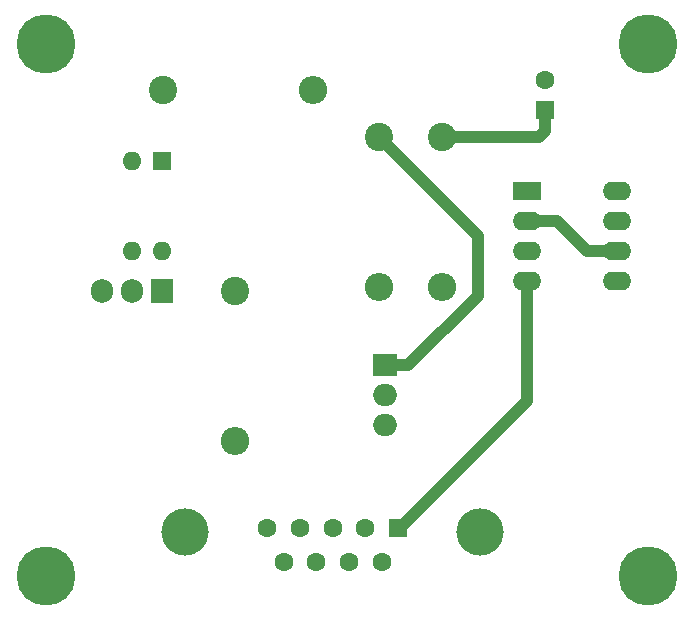
<source format=gbr>
G04 #@! TF.GenerationSoftware,KiCad,Pcbnew,(5.0.2)-1*
G04 #@! TF.CreationDate,2019-02-20T00:52:58+02:00*
G04 #@! TF.ProjectId,TSAL_SMD,5453414c-5f53-44d4-942e-6b696361645f,rev?*
G04 #@! TF.SameCoordinates,Original*
G04 #@! TF.FileFunction,Copper,L2,Bot*
G04 #@! TF.FilePolarity,Positive*
%FSLAX46Y46*%
G04 Gerber Fmt 4.6, Leading zero omitted, Abs format (unit mm)*
G04 Created by KiCad (PCBNEW (5.0.2)-1) date 2/20/2019 12:52:58 AM*
%MOMM*%
%LPD*%
G01*
G04 APERTURE LIST*
G04 #@! TA.AperFunction,ComponentPad*
%ADD10C,2.400000*%
G04 #@! TD*
G04 #@! TA.AperFunction,ComponentPad*
%ADD11O,2.400000X2.400000*%
G04 #@! TD*
G04 #@! TA.AperFunction,ComponentPad*
%ADD12R,1.600000X1.600000*%
G04 #@! TD*
G04 #@! TA.AperFunction,ComponentPad*
%ADD13C,1.600000*%
G04 #@! TD*
G04 #@! TA.AperFunction,ComponentPad*
%ADD14C,4.000000*%
G04 #@! TD*
G04 #@! TA.AperFunction,ComponentPad*
%ADD15R,2.000000X1.905000*%
G04 #@! TD*
G04 #@! TA.AperFunction,ComponentPad*
%ADD16O,2.000000X1.905000*%
G04 #@! TD*
G04 #@! TA.AperFunction,ComponentPad*
%ADD17O,1.905000X2.000000*%
G04 #@! TD*
G04 #@! TA.AperFunction,ComponentPad*
%ADD18R,1.905000X2.000000*%
G04 #@! TD*
G04 #@! TA.AperFunction,ComponentPad*
%ADD19R,2.400000X1.600000*%
G04 #@! TD*
G04 #@! TA.AperFunction,ComponentPad*
%ADD20O,2.400000X1.600000*%
G04 #@! TD*
G04 #@! TA.AperFunction,ComponentPad*
%ADD21O,1.600000X1.600000*%
G04 #@! TD*
G04 #@! TA.AperFunction,ViaPad*
%ADD22C,5.000000*%
G04 #@! TD*
G04 #@! TA.AperFunction,Conductor*
%ADD23C,1.000000*%
G04 #@! TD*
G04 APERTURE END LIST*
D10*
G04 #@! TO.P,R3,1*
G04 #@! TO.N,Net-(R3-Pad1)*
X54864000Y-41910000D03*
D11*
G04 #@! TO.P,R3,2*
G04 #@! TO.N,+12V*
X67564000Y-41910000D03*
G04 #@! TD*
D12*
G04 #@! TO.P,J1,1*
G04 #@! TO.N,+12V*
X74803000Y-78994000D03*
D13*
G04 #@! TO.P,J1,2*
X72033000Y-78994000D03*
G04 #@! TO.P,J1,3*
G04 #@! TO.N,+12L*
X69263000Y-78994000D03*
G04 #@! TO.P,J1,4*
X66493000Y-78994000D03*
G04 #@! TO.P,J1,5*
G04 #@! TO.N,/GREEN_LED_ON*
X63723000Y-78994000D03*
G04 #@! TO.P,J1,6*
G04 #@! TO.N,GNDPWR*
X73418000Y-81834000D03*
G04 #@! TO.P,J1,7*
G04 #@! TO.N,/RED_LED-*
X70648000Y-81834000D03*
G04 #@! TO.P,J1,8*
G04 #@! TO.N,GND*
X67878000Y-81834000D03*
G04 #@! TO.P,J1,9*
G04 #@! TO.N,/GREEN_LED-*
X65108000Y-81834000D03*
D14*
G04 #@! TO.P,J1,0*
G04 #@! TO.N,Net-(J1-Pad0)*
X56763000Y-79294000D03*
X81763000Y-79294000D03*
G04 #@! TD*
D12*
G04 #@! TO.P,C1,1*
G04 #@! TO.N,Net-(C1-Pad1)*
X87249000Y-43561000D03*
D13*
G04 #@! TO.P,C1,2*
G04 #@! TO.N,GNDPWR*
X87249000Y-41061000D03*
G04 #@! TD*
D15*
G04 #@! TO.P,Q1,1*
G04 #@! TO.N,Net-(Q1-Pad1)*
X73660000Y-65151000D03*
D16*
G04 #@! TO.P,Q1,2*
G04 #@! TO.N,/RED_LED-*
X73660000Y-67691000D03*
G04 #@! TO.P,Q1,3*
G04 #@! TO.N,GNDPWR*
X73660000Y-70231000D03*
G04 #@! TD*
D17*
G04 #@! TO.P,Q2,3*
G04 #@! TO.N,GND*
X49735000Y-58879000D03*
G04 #@! TO.P,Q2,2*
G04 #@! TO.N,/GREEN_LED-*
X52275000Y-58879000D03*
D18*
G04 #@! TO.P,Q2,1*
G04 #@! TO.N,/GREEN_LED_ON*
X54815000Y-58879000D03*
G04 #@! TD*
D11*
G04 #@! TO.P,R1,2*
G04 #@! TO.N,Net-(R1-Pad2)*
X78486000Y-58547000D03*
D10*
G04 #@! TO.P,R1,1*
G04 #@! TO.N,Net-(C1-Pad1)*
X78486000Y-45847000D03*
G04 #@! TD*
G04 #@! TO.P,R2,1*
G04 #@! TO.N,Net-(Q1-Pad1)*
X73152000Y-45847000D03*
D11*
G04 #@! TO.P,R2,2*
G04 #@! TO.N,Net-(R1-Pad2)*
X73152000Y-58547000D03*
G04 #@! TD*
G04 #@! TO.P,R4,2*
G04 #@! TO.N,+12L*
X60960000Y-71628000D03*
D10*
G04 #@! TO.P,R4,1*
G04 #@! TO.N,/GREEN_LED_ON*
X60960000Y-58928000D03*
G04 #@! TD*
D19*
G04 #@! TO.P,U1,1*
G04 #@! TO.N,GNDPWR*
X85725000Y-50419000D03*
D20*
G04 #@! TO.P,U1,5*
G04 #@! TO.N,Net-(U1-Pad5)*
X93345000Y-58039000D03*
G04 #@! TO.P,U1,2*
G04 #@! TO.N,Net-(C1-Pad1)*
X85725000Y-52959000D03*
G04 #@! TO.P,U1,6*
X93345000Y-55499000D03*
G04 #@! TO.P,U1,3*
G04 #@! TO.N,Net-(R1-Pad2)*
X85725000Y-55499000D03*
G04 #@! TO.P,U1,7*
G04 #@! TO.N,Net-(U1-Pad7)*
X93345000Y-52959000D03*
G04 #@! TO.P,U1,4*
G04 #@! TO.N,+12V*
X85725000Y-58039000D03*
G04 #@! TO.P,U1,8*
X93345000Y-50419000D03*
G04 #@! TD*
D12*
G04 #@! TO.P,U2,1*
G04 #@! TO.N,Net-(R3-Pad1)*
X54815000Y-47879000D03*
D21*
G04 #@! TO.P,U2,3*
G04 #@! TO.N,GND*
X52275000Y-55499000D03*
G04 #@! TO.P,U2,2*
G04 #@! TO.N,GNDPWR*
X52275000Y-47879000D03*
G04 #@! TO.P,U2,4*
G04 #@! TO.N,/GREEN_LED_ON*
X54815000Y-55499000D03*
G04 #@! TD*
D22*
G04 #@! TO.N,*
X45000000Y-38000000D03*
X96000000Y-38000000D03*
X96000000Y-83000000D03*
X45000000Y-83000000D03*
G04 #@! TD*
D23*
G04 #@! TO.N,Net-(C1-Pad1)*
X85725000Y-52959000D02*
X88265000Y-52959000D01*
X90805000Y-55499000D02*
X93345000Y-55499000D01*
X88265000Y-52959000D02*
X90805000Y-55499000D01*
X87249000Y-45361000D02*
X87249000Y-43561000D01*
X86763000Y-45847000D02*
X87249000Y-45361000D01*
X78486000Y-45847000D02*
X86763000Y-45847000D01*
G04 #@! TO.N,Net-(Q1-Pad1)*
X73152000Y-45847000D02*
X81534000Y-54229000D01*
X81534000Y-59277000D02*
X81534000Y-54229000D01*
X75660000Y-65151000D02*
X81534000Y-59277000D01*
X73660000Y-65151000D02*
X75660000Y-65151000D01*
G04 #@! TO.N,+12V*
X85725000Y-68199000D02*
X85725000Y-58039000D01*
X74803000Y-78994000D02*
X74930000Y-78994000D01*
X74930000Y-78994000D02*
X85725000Y-68199000D01*
G04 #@! TD*
M02*

</source>
